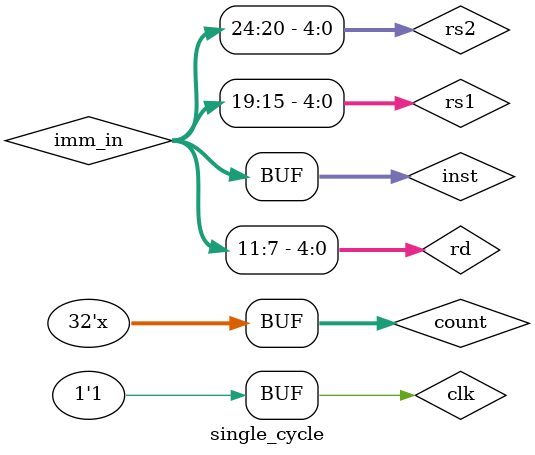
<source format=v>
`timescale 1ps / 1ps


module single_cycle();

reg clk;
reg [31:0] count;
wire [31:0] pc_in;
wire [31:0] pc_out, pc_plus4_out;
wire [4:0] rs1, rs2, rd;
wire [31:0] rs1_out, rs2_out, imm_in, imm_out, alumux1_out, alumux2_out, aluout, dmem_out, wb_out;
wire [31:0] inst;
wire br_eq, br_lt, pcmux_sel, regfilemux_sel, cmpop, alumux1_sel, alumux2_sel, dmem_sel;
wire [2:0] imm_sel, RSel;
wire [3:0] aluop;
wire [1:0] wbmux_sel, WSel;

assign imm_in = inst;
assign rs1 = inst[19:15];
assign rs2 = inst[24:20];
assign rd = inst[11:7];

mux       PCmux(.in0(pc_plus4_out), .in1(aluout), .sel(pcmux_sel), .out(pc_in));
pc        PC   (.clk(clk), .in(pc_in), .out(pc_out));
add_4     PC_4 (.in(pc_out), .out(pc_plus4_out));
IMEM      IMEM (.PC(pc_out), .inst(inst));
regs      REG_FILES (.data_D(wb_out), .addr_D(rd), .addr_A(rs1), 
                    .addr_B(rs2), .Wen(regfilemux_sel), .clk(clk), .data_A(rs1_out), .data_B(rs2_out));
imm_gen   IMM_G( .ImmSel(imm_sel), .inst(inst), .imm(imm_out));
branch_comp branch_comp(.inA(rs1_out), .inB(rs2_out), .BrEq(br_eq), .BrLT(br_lt), .BrUn(cmpop));
mux       ALUmux1(.in0(rs1_out), .in1(pc_out), .sel(alumux1_sel), .out(alumux1_out));
mux       ALUmux2(.in0(rs2_out), .in1(imm_out), .sel(alumux2_sel), .out(alumux2_out));
ALU       ALU(.in1(alumux1_out), .in2(alumux2_out), .out(aluout), .sel(aluop));
dmem      DMEM(.addr(aluout), .dataw(rs2_out), .datar(dmem_out), .clk(clk), .Wen(dmem_sel), .RSel(RSel), .WSel(WSel));
mux4      Wbmux(.in0(dmem_out), .in1(aluout), .in2(pc_plus4_out), .in3(32'd0), .out(wb_out), .sel(wbmux_sel));
control   Control(
    .inst(inst),
    .BrEq(br_eq),
    .BrLT(br_lt),
    .PCSel(pcmux_sel),
    .ImmSel(imm_sel),
    .RegWen(regfilemux_sel),
    .BrUn(cmpop),
    .BSel(alumux2_sel),
    .ASel(alumux1_sel),
    .ALUSel(aluop),
    .MemRW(dmem_sel),
    .WBSel(wbmux_sel),
    .RSel(RSel),
    .WSel(WSel)
    );

always
begin
    clk = 0;
    #400;
    clk = 1;
    count = count + 1;
    #400;
end
initial begin
    count <= 0;
end

endmodule

</source>
